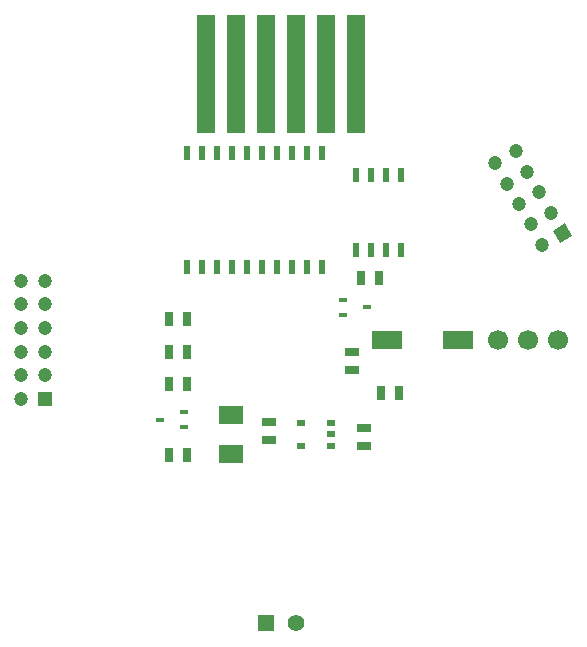
<source format=gbr>
%FSLAX46Y46*%
G04 Gerber Fmt 4.6, Leading zero omitted, Abs format (unit mm)*
G04 Created by KiCad (PCBNEW (2014-jul-16 BZR unknown)-product) date Tue 05 Aug 2014 16:38:57 CST*
%MOMM*%
G01*
G04 APERTURE LIST*
%ADD10C,0.150000*%
%ADD11R,2.032000X1.524000*%
%ADD12R,0.711200X0.457200*%
%ADD13R,0.508000X1.270000*%
%ADD14R,0.508000X1.143000*%
%ADD15R,0.762000X0.508000*%
%ADD16R,1.397000X1.397000*%
%ADD17C,1.397000*%
%ADD18C,1.700000*%
%ADD19R,0.635000X1.143000*%
%ADD20R,1.143000X0.635000*%
%ADD21R,1.500000X10.000000*%
%ADD22R,2.500000X1.500000*%
%ADD23C,1.200000*%
%ADD24R,1.200000X1.200000*%
G04 APERTURE END LIST*
D10*
D11*
X195750000Y-106349000D03*
X195750000Y-109651000D03*
D12*
X205234000Y-96589600D03*
X205234000Y-97910400D03*
X207266000Y-97250000D03*
X191766000Y-107410400D03*
X191766000Y-106089600D03*
X189734000Y-106750000D03*
D13*
X203465000Y-84174000D03*
X202195000Y-84174000D03*
X200925000Y-84174000D03*
X199655000Y-84174000D03*
X198385000Y-84174000D03*
X197115000Y-84174000D03*
X195845000Y-84174000D03*
X194575000Y-84174000D03*
X193305000Y-84174000D03*
X192035000Y-84174000D03*
X192035000Y-93826000D03*
X193305000Y-93826000D03*
X194575000Y-93826000D03*
X195845000Y-93826000D03*
X197115000Y-93826000D03*
X198385000Y-93826000D03*
X199655000Y-93826000D03*
X200925000Y-93826000D03*
X202195000Y-93826000D03*
X203465000Y-93826000D03*
D14*
X210155000Y-92425000D03*
X208885000Y-92425000D03*
X207615000Y-92425000D03*
X206345000Y-92425000D03*
X206345000Y-86075000D03*
X207615000Y-86075000D03*
X208885000Y-86075000D03*
X210155000Y-86075000D03*
D15*
X204270000Y-108952500D03*
X204270000Y-107047500D03*
X201730000Y-108952500D03*
X204270000Y-108000000D03*
X201730000Y-107047500D03*
D16*
X198730000Y-124000000D03*
D17*
X201270000Y-124000000D03*
D18*
X223500000Y-100000000D03*
X220960000Y-100000000D03*
X218420000Y-100000000D03*
D19*
X190488000Y-98250000D03*
X192012000Y-98250000D03*
D20*
X199000000Y-106988000D03*
X199000000Y-108512000D03*
X207000000Y-107488000D03*
X207000000Y-109012000D03*
D19*
X208488000Y-104500000D03*
X210012000Y-104500000D03*
D20*
X206000000Y-102512000D03*
X206000000Y-100988000D03*
D19*
X206738000Y-94750000D03*
X208262000Y-94750000D03*
X190488000Y-103750000D03*
X192012000Y-103750000D03*
X190488000Y-109750000D03*
X192012000Y-109750000D03*
X190488000Y-101000000D03*
X192012000Y-101000000D03*
D21*
X203810000Y-77500000D03*
X201270000Y-77500000D03*
X198730000Y-77500000D03*
X196190000Y-77500000D03*
X193650000Y-77500000D03*
X206350000Y-77500000D03*
D22*
X209000000Y-100000000D03*
X215000000Y-100000000D03*
D23*
X180000000Y-101000000D03*
X180000000Y-103000000D03*
D24*
X180000000Y-105000000D03*
D23*
X180000000Y-99000000D03*
X180000000Y-97000000D03*
X180000000Y-95000000D03*
X178000000Y-95000000D03*
X178000000Y-97000000D03*
X178000000Y-99000000D03*
X178000000Y-101000000D03*
X178000000Y-103000000D03*
X178000000Y-105000000D03*
X221866025Y-87500000D03*
X222866025Y-89232051D03*
D10*
G36*
X224685640Y-91183717D02*
X223646410Y-91783717D01*
X223046410Y-90744487D01*
X224085640Y-90144487D01*
X224685640Y-91183717D01*
X224685640Y-91183717D01*
G37*
D23*
X220866025Y-85767949D03*
X219866025Y-84035898D03*
X218133975Y-85035898D03*
X219133975Y-86767949D03*
X220133975Y-88500000D03*
X221133975Y-90232051D03*
X222133975Y-91964102D03*
M02*

</source>
